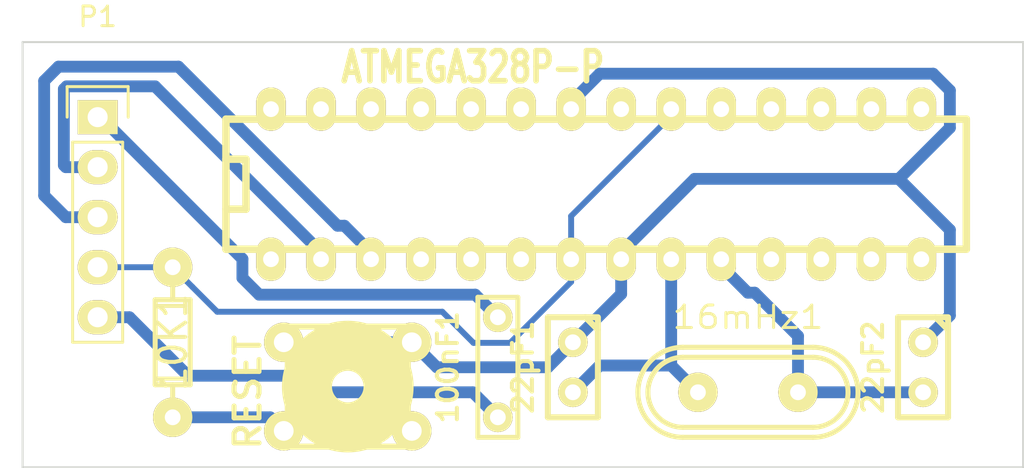
<source format=kicad_pcb>
(kicad_pcb (version 4) (host pcbnew 0.201504151001+5600~22~ubuntu14.04.1-product)

  (general
    (links 17)
    (no_connects 0)
    (area 117.881667 95.175 170.230001 120.1483)
    (thickness 1.6)
    (drawings 4)
    (tracks 75)
    (zones 0)
    (modules 8)
    (nets 9)
  )

  (page A4)
  (layers
    (0 F.Cu signal)
    (31 B.Cu signal)
    (32 B.Adhes user)
    (33 F.Adhes user)
    (34 B.Paste user)
    (35 F.Paste user)
    (36 B.SilkS user)
    (37 F.SilkS user)
    (38 B.Mask user)
    (39 F.Mask user)
    (40 Dwgs.User user)
    (41 Cmts.User user)
    (42 Eco1.User user)
    (43 Eco2.User user)
    (44 Edge.Cuts user)
    (45 Margin user)
    (46 B.CrtYd user)
    (47 F.CrtYd user)
    (48 B.Fab user)
    (49 F.Fab user)
  )

  (setup
    (last_trace_width 0.3)
    (trace_clearance 0.3)
    (zone_clearance 0.508)
    (zone_45_only no)
    (trace_min 0.2)
    (segment_width 0.2)
    (edge_width 0.1)
    (via_size 0.6)
    (via_drill 0.4)
    (via_min_size 0.4)
    (via_min_drill 0.3)
    (uvia_size 0.3)
    (uvia_drill 0.1)
    (uvias_allowed no)
    (uvia_min_size 0.2)
    (uvia_min_drill 0.1)
    (pcb_text_width 0.3)
    (pcb_text_size 1.5 1.5)
    (mod_edge_width 0.15)
    (mod_text_size 1 1)
    (mod_text_width 0.15)
    (pad_size 1.5 1.5)
    (pad_drill 0.6)
    (pad_to_mask_clearance 0)
    (aux_axis_origin 0 0)
    (visible_elements 7FFFFFFF)
    (pcbplotparams
      (layerselection 0x00030_80000001)
      (usegerberextensions false)
      (excludeedgelayer true)
      (linewidth 0.100000)
      (plotframeref false)
      (viasonmask false)
      (mode 1)
      (useauxorigin false)
      (hpglpennumber 1)
      (hpglpenspeed 20)
      (hpglpendiameter 15)
      (hpglpenoverlay 2)
      (psnegative false)
      (psa4output false)
      (plotreference true)
      (plotvalue true)
      (plotinvisibletext false)
      (padsonsilk false)
      (subtractmaskfromsilk false)
      (outputformat 1)
      (mirror false)
      (drillshape 1)
      (scaleselection 1)
      (outputdirectory ""))
  )

  (net 0 "")
  (net 1 VCC)
  (net 2 "Net-(100nF1-Pad2)")
  (net 3 "Net-(16mHz1-Pad1)")
  (net 4 "Net-(16mHz1-Pad2)")
  (net 5 GND)
  (net 6 "Net-(100nF1-Pad1)")
  (net 7 "Net-(IC1-Pad2)")
  (net 8 "Net-(IC1-Pad3)")

  (net_class Default "Questo è il gruppo di collegamenti predefinito"
    (clearance 0.3)
    (trace_width 0.3)
    (via_dia 0.6)
    (via_drill 0.4)
    (uvia_dia 0.3)
    (uvia_drill 0.1)
    (add_net VCC)
  )

  (net_class 0,6 ""
    (clearance 0.4)
    (trace_width 0.6)
    (via_dia 1.2)
    (via_drill 0.8)
    (uvia_dia 1.2)
    (uvia_drill 0.8)
    (add_net GND)
    (add_net "Net-(100nF1-Pad1)")
    (add_net "Net-(100nF1-Pad2)")
    (add_net "Net-(16mHz1-Pad1)")
    (add_net "Net-(16mHz1-Pad2)")
    (add_net "Net-(IC1-Pad2)")
    (add_net "Net-(IC1-Pad3)")
  )

  (module w_capacitors:cnp_7.5mm_disc (layer F.Cu) (tedit 5532BC86) (tstamp 55317CC2)
    (at 143.51 114.3 270)
    (descr "7.5mm disc ceramic capacitor")
    (tags C)
    (path /55318912)
    (fp_text reference 100nF1 (at 0 2.54 270) (layer F.SilkS)
      (effects (font (size 1.016 1.016) (thickness 0.2032)))
    )
    (fp_text value C (at 0 -2.286 270) (layer F.SilkS) hide
      (effects (font (size 1.016 1.016) (thickness 0.2032)))
    )
    (fp_line (start -3.556 -1.016) (end -3.556 1.016) (layer F.SilkS) (width 0.24892))
    (fp_line (start -3.556 1.016) (end 3.556 1.016) (layer F.SilkS) (width 0.24892))
    (fp_line (start 3.556 1.016) (end 3.556 -1.016) (layer F.SilkS) (width 0.24892))
    (fp_line (start 3.556 -1.016) (end -3.556 -1.016) (layer F.SilkS) (width 0.24892))
    (pad 1 thru_hole circle (at -2.54 0 270) (size 1.50114 1.50114) (drill 0.8001) (layers *.Cu *.Mask F.SilkS)
      (net 6 "Net-(100nF1-Pad1)"))
    (pad 2 thru_hole circle (at 2.54 0 270) (size 1.50114 1.50114) (drill 0.8001) (layers *.Cu *.Mask F.SilkS)
      (net 2 "Net-(100nF1-Pad2)"))
    (model walter/capacitors/cnp_7.5mm_disc.wrl
      (at (xyz 0 0 0))
      (scale (xyz 1 1 1))
      (rotate (xyz 0 0 0))
    )
  )

  (module w_pth_resistors:RC03 (layer F.Cu) (tedit 0) (tstamp 55317CAA)
    (at 127 113.03 270)
    (descr "Resistor, RC03")
    (tags R)
    (path /55317935)
    (autoplace_cost180 10)
    (fp_text reference 10K1 (at 0 0 270) (layer F.SilkS)
      (effects (font (size 1.397 1.27) (thickness 0.2032)))
    )
    (fp_text value R (at 0 2.032 270) (layer F.SilkS) hide
      (effects (font (size 1.397 1.27) (thickness 0.2032)))
    )
    (fp_line (start 2.159 0) (end 3.81 0) (layer F.SilkS) (width 0.254))
    (fp_line (start -2.159 0) (end -3.81 0) (layer F.SilkS) (width 0.254))
    (fp_line (start -2.159 -0.889) (end -2.159 0.889) (layer F.SilkS) (width 0.254))
    (fp_line (start -2.159 0.889) (end 2.159 0.889) (layer F.SilkS) (width 0.254))
    (fp_line (start 2.159 0.889) (end 2.159 -0.889) (layer F.SilkS) (width 0.254))
    (fp_line (start 2.159 -0.889) (end -2.159 -0.889) (layer F.SilkS) (width 0.254))
    (pad 1 thru_hole circle (at -3.81 0 270) (size 1.99898 1.99898) (drill 0.8001) (layers *.Cu *.Mask F.SilkS)
      (net 1 VCC))
    (pad 2 thru_hole circle (at 3.81 0 270) (size 1.99898 1.99898) (drill 0.8001) (layers *.Cu *.Mask F.SilkS)
      (net 2 "Net-(100nF1-Pad2)"))
    (model walter/pth_resistors/rc03.wrl
      (at (xyz 0 0 0))
      (scale (xyz 1 1 1))
      (rotate (xyz 0 0 0))
    )
  )

  (module w_crystal:crystal_hc-49u (layer F.Cu) (tedit 55317FE4) (tstamp 55317CB0)
    (at 156.21 115.57)
    (descr "Crystal, HC-49U")
    (tags QUARTZ)
    (path /553176DC)
    (autoplace_cost180 10)
    (fp_text reference 16mHz1 (at 0 -3.81) (layer F.SilkS)
      (effects (font (size 1.143 1.27) (thickness 0.1524)))
    )
    (fp_text value Crystal (at 0 3.302) (layer F.SilkS) hide
      (effects (font (size 1.143 1.27) (thickness 0.1524)))
    )
    (fp_arc (start 3.302 0) (end 3.302 -2.286) (angle 90) (layer F.SilkS) (width 0.254))
    (fp_line (start -3.302 1.778) (end 3.302 1.778) (layer F.SilkS) (width 0.254))
    (fp_line (start 3.302 -1.778) (end -3.302 -1.778) (layer F.SilkS) (width 0.254))
    (fp_arc (start 3.302 0) (end 5.08 0) (angle 90) (layer F.SilkS) (width 0.254))
    (fp_arc (start 3.302 0) (end 3.302 -1.778) (angle 90) (layer F.SilkS) (width 0.254))
    (fp_arc (start -3.302 0) (end -3.302 1.778) (angle 90) (layer F.SilkS) (width 0.254))
    (fp_arc (start -3.302 0) (end -5.08 0) (angle 90) (layer F.SilkS) (width 0.254))
    (fp_arc (start 3.302 0) (end 5.588 0) (angle 90) (layer F.SilkS) (width 0.254))
    (fp_line (start 3.302 2.286) (end -3.302 2.286) (layer F.SilkS) (width 0.254))
    (fp_line (start -3.302 -2.286) (end 3.302 -2.286) (layer F.SilkS) (width 0.254))
    (fp_arc (start -3.302 0) (end -3.302 2.286) (angle 90) (layer F.SilkS) (width 0.254))
    (fp_arc (start -3.302 0) (end -5.588 0) (angle 90) (layer F.SilkS) (width 0.254))
    (pad 1 thru_hole circle (at -2.54 0) (size 1.99898 1.99898) (drill 0.8001) (layers *.Cu *.Mask F.SilkS)
      (net 3 "Net-(16mHz1-Pad1)"))
    (pad 2 thru_hole circle (at 2.54 0) (size 1.99898 1.99898) (drill 0.8001) (layers *.Cu *.Mask F.SilkS)
      (net 4 "Net-(16mHz1-Pad2)"))
    (model walter/crystal/crystal_hc-49u.wrl
      (at (xyz 0 0 0))
      (scale (xyz 1 1 1))
      (rotate (xyz 0 0 0))
    )
  )

  (module w_capacitors:cnp_3mm_disc (layer F.Cu) (tedit 5532BC45) (tstamp 55317CB6)
    (at 147.32 114.3 270)
    (descr "Small ceramic capacitor")
    (tags C)
    (path /55317792)
    (fp_text reference 22pF1 (at 0 2.54 270) (layer F.SilkS)
      (effects (font (size 1.016 1.016) (thickness 0.2032)))
    )
    (fp_text value C (at 0 -2.286 270) (layer F.SilkS) hide
      (effects (font (size 1.016 1.016) (thickness 0.2032)))
    )
    (fp_line (start -2.4892 -1.27) (end 2.54 -1.27) (layer F.SilkS) (width 0.3048))
    (fp_line (start 2.54 -1.27) (end 2.54 1.27) (layer F.SilkS) (width 0.3048))
    (fp_line (start 2.54 1.27) (end -2.54 1.27) (layer F.SilkS) (width 0.3048))
    (fp_line (start -2.54 1.27) (end -2.54 -1.27) (layer F.SilkS) (width 0.3048))
    (fp_line (start -2.54 -0.635) (end -1.905 -1.27) (layer F.SilkS) (width 0.3048))
    (pad 1 thru_hole circle (at -1.27 0 270) (size 1.50114 1.50114) (drill 0.8001) (layers *.Cu *.Mask F.SilkS)
      (net 5 GND))
    (pad 2 thru_hole circle (at 1.27 0 270) (size 1.50114 1.50114) (drill 0.8001) (layers *.Cu *.Mask F.SilkS)
      (net 3 "Net-(16mHz1-Pad1)"))
    (model walter/capacitors/cnp_3mm_disc.wrl
      (at (xyz 0 0 0))
      (scale (xyz 1 1 1))
      (rotate (xyz 0 0 0))
    )
  )

  (module w_capacitors:cnp_3mm_disc (layer F.Cu) (tedit 5532BC48) (tstamp 55317CBC)
    (at 165.1 114.3 270)
    (descr "Small ceramic capacitor")
    (tags C)
    (path /55317800)
    (fp_text reference 22pF2 (at 0 2.54 270) (layer F.SilkS)
      (effects (font (size 1.016 1.016) (thickness 0.2032)))
    )
    (fp_text value C (at 0 -2.286 270) (layer F.SilkS) hide
      (effects (font (size 1.016 1.016) (thickness 0.2032)))
    )
    (fp_line (start -2.4892 -1.27) (end 2.54 -1.27) (layer F.SilkS) (width 0.3048))
    (fp_line (start 2.54 -1.27) (end 2.54 1.27) (layer F.SilkS) (width 0.3048))
    (fp_line (start 2.54 1.27) (end -2.54 1.27) (layer F.SilkS) (width 0.3048))
    (fp_line (start -2.54 1.27) (end -2.54 -1.27) (layer F.SilkS) (width 0.3048))
    (fp_line (start -2.54 -0.635) (end -1.905 -1.27) (layer F.SilkS) (width 0.3048))
    (pad 1 thru_hole circle (at -1.27 0 270) (size 1.50114 1.50114) (drill 0.8001) (layers *.Cu *.Mask F.SilkS)
      (net 5 GND))
    (pad 2 thru_hole circle (at 1.27 0 270) (size 1.50114 1.50114) (drill 0.8001) (layers *.Cu *.Mask F.SilkS)
      (net 4 "Net-(16mHz1-Pad2)"))
    (model walter/capacitors/cnp_3mm_disc.wrl
      (at (xyz 0 0 0))
      (scale (xyz 1 1 1))
      (rotate (xyz 0 0 0))
    )
  )

  (module w_pth_circuits:dil_28-300 (layer F.Cu) (tedit 5532BC43) (tstamp 55317CE2)
    (at 148.5011 105.0036)
    (descr "IC, DIL28 x 0,3\"")
    (tags DIL)
    (path /553174EC)
    (fp_text reference IC1 (at 0 -6.35) (layer F.SilkS) hide
      (effects (font (size 1.524 1.143) (thickness 0.28575)))
    )
    (fp_text value ATMEGA328P-P (at -6.2611 -5.9436) (layer F.SilkS)
      (effects (font (size 1.524 1.143) (thickness 0.28702)))
    )
    (fp_line (start 18.796 -3.302) (end -18.796 -3.302) (layer F.SilkS) (width 0.381))
    (fp_line (start 18.796 3.302) (end -18.796 3.302) (layer F.SilkS) (width 0.381))
    (fp_line (start -17.78 -1.27) (end -17.78 1.27) (layer F.SilkS) (width 0.381))
    (fp_line (start -17.78 1.27) (end -18.796 1.27) (layer F.SilkS) (width 0.381))
    (fp_line (start -17.78 -1.27) (end -18.796 -1.27) (layer F.SilkS) (width 0.381))
    (fp_line (start 18.796 -3.302) (end 18.796 3.302) (layer F.SilkS) (width 0.381))
    (fp_line (start -18.796 3.302) (end -18.796 -3.302) (layer F.SilkS) (width 0.381))
    (pad 1 thru_hole oval (at -16.51 3.81) (size 1.50114 2.19964) (drill 0.8001) (layers *.Cu *.Mask F.SilkS))
    (pad 2 thru_hole oval (at -13.97 3.81) (size 1.50114 2.19964) (drill 0.8001) (layers *.Cu *.Mask F.SilkS)
      (net 7 "Net-(IC1-Pad2)"))
    (pad 3 thru_hole oval (at -11.43 3.81) (size 1.50114 2.19964) (drill 0.8001) (layers *.Cu *.Mask F.SilkS)
      (net 8 "Net-(IC1-Pad3)"))
    (pad 4 thru_hole oval (at -8.89 3.81) (size 1.50114 2.19964) (drill 0.8001) (layers *.Cu *.Mask F.SilkS))
    (pad 5 thru_hole oval (at -6.35 3.81) (size 1.50114 2.19964) (drill 0.8001) (layers *.Cu *.Mask F.SilkS))
    (pad 6 thru_hole oval (at -3.81 3.81) (size 1.50114 2.19964) (drill 0.8001) (layers *.Cu *.Mask F.SilkS))
    (pad 7 thru_hole oval (at -1.27 3.81) (size 1.50114 2.19964) (drill 0.8001) (layers *.Cu *.Mask F.SilkS)
      (net 1 VCC))
    (pad 8 thru_hole oval (at 1.27 3.81) (size 1.50114 2.19964) (drill 0.8001) (layers *.Cu *.Mask F.SilkS)
      (net 5 GND))
    (pad 9 thru_hole oval (at 3.81 3.81) (size 1.50114 2.19964) (drill 0.8001) (layers *.Cu *.Mask F.SilkS)
      (net 3 "Net-(16mHz1-Pad1)"))
    (pad 10 thru_hole oval (at 6.35 3.81) (size 1.50114 2.19964) (drill 0.8001) (layers *.Cu *.Mask F.SilkS)
      (net 4 "Net-(16mHz1-Pad2)"))
    (pad 11 thru_hole oval (at 8.89 3.81) (size 1.50114 2.19964) (drill 0.8001) (layers *.Cu *.Mask F.SilkS))
    (pad 12 thru_hole oval (at 11.43 3.81) (size 1.50114 2.19964) (drill 0.8001) (layers *.Cu *.Mask F.SilkS))
    (pad 13 thru_hole oval (at 13.97 3.81) (size 1.50114 2.19964) (drill 0.8001) (layers *.Cu *.Mask F.SilkS))
    (pad 14 thru_hole oval (at 16.51 3.81) (size 1.50114 2.19964) (drill 0.8001) (layers *.Cu *.Mask F.SilkS))
    (pad 15 thru_hole oval (at 16.51 -3.81) (size 1.50114 2.19964) (drill 0.8001) (layers *.Cu *.Mask F.SilkS))
    (pad 16 thru_hole oval (at 13.97 -3.81) (size 1.50114 2.19964) (drill 0.8001) (layers *.Cu *.Mask F.SilkS))
    (pad 17 thru_hole oval (at 11.43 -3.81) (size 1.50114 2.19964) (drill 0.8001) (layers *.Cu *.Mask F.SilkS))
    (pad 18 thru_hole oval (at 8.89 -3.81) (size 1.50114 2.19964) (drill 0.8001) (layers *.Cu *.Mask F.SilkS))
    (pad 19 thru_hole oval (at 6.35 -3.81) (size 1.50114 2.19964) (drill 0.8001) (layers *.Cu *.Mask F.SilkS))
    (pad 20 thru_hole oval (at 3.81 -3.81) (size 1.50114 2.19964) (drill 0.8001) (layers *.Cu *.Mask F.SilkS)
      (net 1 VCC))
    (pad 21 thru_hole oval (at 1.27 -3.81) (size 1.50114 2.19964) (drill 0.8001) (layers *.Cu *.Mask F.SilkS))
    (pad 22 thru_hole oval (at -1.27 -3.81) (size 1.50114 2.19964) (drill 0.8001) (layers *.Cu *.Mask F.SilkS)
      (net 5 GND))
    (pad 23 thru_hole oval (at -3.81 -3.81) (size 1.50114 2.19964) (drill 0.8001) (layers *.Cu *.Mask F.SilkS))
    (pad 24 thru_hole oval (at -6.35 -3.81) (size 1.50114 2.19964) (drill 0.8001) (layers *.Cu *.Mask F.SilkS))
    (pad 25 thru_hole oval (at -8.89 -3.81) (size 1.50114 2.19964) (drill 0.8001) (layers *.Cu *.Mask F.SilkS))
    (pad 26 thru_hole oval (at -11.43 -3.81) (size 1.50114 2.19964) (drill 0.8001) (layers *.Cu *.Mask F.SilkS))
    (pad 27 thru_hole oval (at -13.97 -3.81) (size 1.50114 2.19964) (drill 0.8001) (layers *.Cu *.Mask F.SilkS))
    (pad 28 thru_hole oval (at -16.51 -3.81) (size 1.50114 2.19964) (drill 0.8001) (layers *.Cu *.Mask F.SilkS))
    (model walter/pth_circuits/dil_28-300.wrl
      (at (xyz 0 0 0))
      (scale (xyz 1 1 1))
      (rotate (xyz 0 0 0))
    )
  )

  (module w_switch:PCB_PUSH (layer F.Cu) (tedit 5532BC62) (tstamp 55317CF1)
    (at 135.89 115.28044 90)
    (descr "PCB pushbutton, Tyco FSM6x6 series")
    (tags pushbutton)
    (path /55317B9E)
    (fp_text reference SW1 (at 0 -5.08 90) (layer F.SilkS) hide
      (effects (font (size 1.27 1.27) (thickness 0.3175)))
    )
    (fp_text value RESET (at -0.28956 -5.08 90) (layer F.SilkS)
      (effects (font (size 1.27 1.27) (thickness 0.254)))
    )
    (fp_line (start -3.048 -3.048) (end 3.048 -3.048) (layer F.SilkS) (width 0.3048))
    (fp_line (start 3.048 -3.048) (end 3.048 3.048) (layer F.SilkS) (width 0.3048))
    (fp_line (start 3.048 3.048) (end -3.048 3.048) (layer F.SilkS) (width 0.3048))
    (fp_line (start -3.048 3.048) (end -3.048 -3.048) (layer F.SilkS) (width 0.3048))
    (fp_circle (center 0 0) (end -0.762 0.254) (layer F.SilkS) (width 2.54))
    (pad 1 thru_hole circle (at -2.25044 -3.2512 90) (size 1.99898 1.99898) (drill 1.00076) (layers *.Cu *.Mask F.SilkS)
      (net 2 "Net-(100nF1-Pad2)"))
    (pad 2 thru_hole circle (at 2.25044 3.2512 90) (size 1.99898 1.99898) (drill 1.00076) (layers *.Cu *.Mask F.SilkS)
      (net 5 GND))
    (pad 4 thru_hole circle (at 2.25044 -3.2512 90) (size 1.99898 1.99898) (drill 1.00076) (layers *.Cu *.Mask F.SilkS))
    (pad 3 thru_hole circle (at -2.25044 3.2512 90) (size 1.99898 1.99898) (drill 1.00076) (layers *.Cu *.Mask F.SilkS))
    (model walter/switch/pcb_push.wrl
      (at (xyz 0 0 0))
      (scale (xyz 1 1 1))
      (rotate (xyz 0 0 0))
    )
  )

  (module Pin_Headers:Pin_Header_Straight_1x05 (layer F.Cu) (tedit 54EA0684) (tstamp 553187D4)
    (at 123.19 101.6)
    (descr "Through hole pin header")
    (tags "pin header")
    (path /55318732)
    (fp_text reference P1 (at 0 -5.1) (layer F.SilkS)
      (effects (font (size 1 1) (thickness 0.15)))
    )
    (fp_text value CONN_01X05 (at 0 -3.1) (layer F.Fab)
      (effects (font (size 1 1) (thickness 0.15)))
    )
    (fp_line (start -1.55 0) (end -1.55 -1.55) (layer F.SilkS) (width 0.15))
    (fp_line (start -1.55 -1.55) (end 1.55 -1.55) (layer F.SilkS) (width 0.15))
    (fp_line (start 1.55 -1.55) (end 1.55 0) (layer F.SilkS) (width 0.15))
    (fp_line (start -1.75 -1.75) (end -1.75 11.95) (layer F.CrtYd) (width 0.05))
    (fp_line (start 1.75 -1.75) (end 1.75 11.95) (layer F.CrtYd) (width 0.05))
    (fp_line (start -1.75 -1.75) (end 1.75 -1.75) (layer F.CrtYd) (width 0.05))
    (fp_line (start -1.75 11.95) (end 1.75 11.95) (layer F.CrtYd) (width 0.05))
    (fp_line (start 1.27 1.27) (end 1.27 11.43) (layer F.SilkS) (width 0.15))
    (fp_line (start 1.27 11.43) (end -1.27 11.43) (layer F.SilkS) (width 0.15))
    (fp_line (start -1.27 11.43) (end -1.27 1.27) (layer F.SilkS) (width 0.15))
    (fp_line (start 1.27 1.27) (end -1.27 1.27) (layer F.SilkS) (width 0.15))
    (pad 1 thru_hole rect (at 0 0) (size 2.032 1.7272) (drill 1.016) (layers *.Cu *.Mask F.SilkS)
      (net 6 "Net-(100nF1-Pad1)"))
    (pad 2 thru_hole oval (at 0 2.54) (size 2.032 1.7272) (drill 1.016) (layers *.Cu *.Mask F.SilkS)
      (net 7 "Net-(IC1-Pad2)"))
    (pad 3 thru_hole oval (at 0 5.08) (size 2.032 1.7272) (drill 1.016) (layers *.Cu *.Mask F.SilkS)
      (net 8 "Net-(IC1-Pad3)"))
    (pad 4 thru_hole oval (at 0 7.62) (size 2.032 1.7272) (drill 1.016) (layers *.Cu *.Mask F.SilkS)
      (net 1 VCC))
    (pad 5 thru_hole oval (at 0 10.16) (size 2.032 1.7272) (drill 1.016) (layers *.Cu *.Mask F.SilkS)
      (net 5 GND))
    (model Pin_Headers.3dshapes/Pin_Header_Straight_1x05.wrl
      (at (xyz 0 -0.2 0))
      (scale (xyz 1 1 1))
      (rotate (xyz 0 0 90))
    )
  )

  (gr_line (start 119.38 119.38) (end 170.18 119.38) (layer Edge.Cuts) (width 0.1))
  (gr_line (start 119.38 97.79) (end 119.38 119.38) (layer Edge.Cuts) (width 0.1))
  (gr_line (start 170.18 97.79) (end 119.38 97.79) (layer Edge.Cuts) (width 0.1))
  (gr_line (start 170.18 119.38) (end 170.18 97.79) (layer Edge.Cuts) (width 0.1))

  (segment (start 147.2311 108.46435) (end 147.2311 108.8136) (width 0.6) (layer B.Cu) (net 1))
  (segment (start 147.2311 106.62285) (end 147.2311 108.8136) (width 0.3) (layer B.Cu) (net 1))
  (segment (start 152.3111 101.54285) (end 147.2311 106.62285) (width 0.3) (layer B.Cu) (net 1))
  (segment (start 152.3111 101.1936) (end 152.3111 101.54285) (width 0.3) (layer B.Cu) (net 1))
  (segment (start 144.134275 113.060571) (end 142.270571 113.060571) (width 0.3) (layer B.Cu) (net 1))
  (segment (start 147.2311 109.963746) (end 144.134275 113.060571) (width 0.3) (layer B.Cu) (net 1))
  (segment (start 147.2311 108.8136) (end 147.2311 109.963746) (width 0.3) (layer B.Cu) (net 1))
  (segment (start 127.999489 110.219489) (end 127 109.22) (width 0.3) (layer B.Cu) (net 1))
  (segment (start 129.260509 111.480509) (end 127.999489 110.219489) (width 0.3) (layer B.Cu) (net 1))
  (segment (start 140.690509 111.480509) (end 129.260509 111.480509) (width 0.3) (layer B.Cu) (net 1))
  (segment (start 142.270571 113.060571) (end 140.690509 111.480509) (width 0.3) (layer B.Cu) (net 1))
  (segment (start 127 109.22) (end 123.19 109.22) (width 0.3) (layer B.Cu) (net 1))
  (segment (start 127.28956 116.55044) (end 127 116.84) (width 0.6) (layer B.Cu) (net 2))
  (segment (start 131.94792 116.84) (end 132.6388 117.53088) (width 0.6) (layer B.Cu) (net 2))
  (segment (start 127 116.84) (end 131.94792 116.84) (width 0.6) (layer B.Cu) (net 2))
  (segment (start 142.759431 116.089431) (end 143.51 116.84) (width 0.6) (layer B.Cu) (net 2))
  (segment (start 142.24 115.57) (end 142.759431 116.089431) (width 0.6) (layer B.Cu) (net 2))
  (segment (start 134.59968 115.57) (end 142.24 115.57) (width 0.6) (layer B.Cu) (net 2))
  (segment (start 132.6388 117.53088) (end 134.59968 115.57) (width 0.6) (layer B.Cu) (net 2))
  (segment (start 152.3111 114.2111) (end 153.67 115.57) (width 0.6) (layer B.Cu) (net 3))
  (segment (start 152.3111 108.8136) (end 152.3111 114.2111) (width 0.6) (layer B.Cu) (net 3))
  (segment (start 148.6789 114.2111) (end 147.32 115.57) (width 0.6) (layer B.Cu) (net 3))
  (segment (start 152.3111 114.2111) (end 148.6789 114.2111) (width 0.6) (layer B.Cu) (net 3))
  (segment (start 154.8511 109.16285) (end 154.8511 108.8136) (width 0.6) (layer B.Cu) (net 4))
  (segment (start 156.20167 110.51342) (end 154.8511 109.16285) (width 0.6) (layer B.Cu) (net 4))
  (segment (start 156.55092 110.51342) (end 156.20167 110.51342) (width 0.6) (layer B.Cu) (net 4))
  (segment (start 158.75 112.7125) (end 156.55092 110.51342) (width 0.6) (layer B.Cu) (net 4))
  (segment (start 158.75 115.57) (end 158.75 112.7125) (width 0.6) (layer B.Cu) (net 4))
  (segment (start 165.1 115.57) (end 158.75 115.57) (width 0.6) (layer B.Cu) (net 4))
  (segment (start 149.7711 108.46435) (end 149.7711 108.8136) (width 0.6) (layer B.Cu) (net 5))
  (segment (start 153.50184 104.73361) (end 149.7711 108.46435) (width 0.6) (layer B.Cu) (net 5))
  (segment (start 163.871769 104.73361) (end 153.50184 104.73361) (width 0.6) (layer B.Cu) (net 5))
  (segment (start 166.46168 102.143699) (end 163.871769 104.73361) (width 0.6) (layer B.Cu) (net 5))
  (segment (start 166.46168 100.243501) (end 166.46168 102.143699) (width 0.6) (layer B.Cu) (net 5))
  (segment (start 165.611949 99.39377) (end 166.46168 100.243501) (width 0.6) (layer B.Cu) (net 5))
  (segment (start 148.68168 99.39377) (end 165.611949 99.39377) (width 0.6) (layer B.Cu) (net 5))
  (segment (start 147.2311 100.84435) (end 148.68168 99.39377) (width 0.6) (layer B.Cu) (net 5))
  (segment (start 147.2311 101.1936) (end 147.2311 100.84435) (width 0.6) (layer B.Cu) (net 5))
  (segment (start 163.871769 104.73361) (end 166.46168 107.323521) (width 0.6) (layer B.Cu) (net 5))
  (segment (start 149.7711 108.8136) (end 149.7711 109.16285) (width 0.6) (layer B.Cu) (net 5))
  (segment (start 166.46168 111.66832) (end 165.1 113.03) (width 0.6) (layer B.Cu) (net 5))
  (segment (start 166.46168 107.323521) (end 166.46168 111.66832) (width 0.6) (layer B.Cu) (net 5))
  (segment (start 149.7711 110.5789) (end 147.32 113.03) (width 0.6) (layer B.Cu) (net 5))
  (segment (start 149.7711 108.8136) (end 149.7711 110.5789) (width 0.6) (layer B.Cu) (net 5))
  (segment (start 140.140689 114.029489) (end 139.1412 113.03) (width 0.6) (layer B.Cu) (net 5))
  (segment (start 140.4112 114.3) (end 140.140689 114.029489) (width 0.6) (layer B.Cu) (net 5))
  (segment (start 146.05 114.3) (end 140.4112 114.3) (width 0.6) (layer B.Cu) (net 5))
  (segment (start 147.32 113.03) (end 146.05 114.3) (width 0.6) (layer B.Cu) (net 5))
  (segment (start 124.806 111.76) (end 123.19 111.76) (width 0.6) (layer B.Cu) (net 5))
  (segment (start 127.775491 114.729491) (end 124.806 111.76) (width 0.6) (layer B.Cu) (net 5))
  (segment (start 133.454557 114.729491) (end 127.775491 114.729491) (width 0.6) (layer B.Cu) (net 5))
  (segment (start 135.154048 113.03) (end 133.454557 114.729491) (width 0.6) (layer B.Cu) (net 5))
  (segment (start 139.1412 113.03) (end 135.154048 113.03) (width 0.6) (layer B.Cu) (net 5))
  (segment (start 142.36343 110.61343) (end 143.51 111.76) (width 0.6) (layer B.Cu) (net 6))
  (segment (start 130.54052 109.763699) (end 131.390251 110.61343) (width 0.6) (layer B.Cu) (net 6))
  (segment (start 130.54052 108.79812) (end 130.54052 109.763699) (width 0.6) (layer B.Cu) (net 6))
  (segment (start 131.390251 110.61343) (end 142.36343 110.61343) (width 0.6) (layer B.Cu) (net 6))
  (segment (start 123.3424 101.6) (end 130.54052 108.79812) (width 0.6) (layer B.Cu) (net 6))
  (segment (start 123.19 101.6) (end 123.3424 101.6) (width 0.6) (layer B.Cu) (net 6))
  (segment (start 134.5311 108.46435) (end 134.5311 108.8136) (width 0.6) (layer B.Cu) (net 7))
  (segment (start 126.103149 100.036399) (end 134.5311 108.46435) (width 0.6) (layer B.Cu) (net 7))
  (segment (start 121.613999 100.036399) (end 126.103149 100.036399) (width 0.6) (layer B.Cu) (net 7))
  (segment (start 121.473999 100.176399) (end 121.613999 100.036399) (width 0.6) (layer B.Cu) (net 7))
  (segment (start 121.473999 104.039999) (end 121.473999 100.176399) (width 0.6) (layer B.Cu) (net 7))
  (segment (start 121.574 104.14) (end 121.473999 104.039999) (width 0.6) (layer B.Cu) (net 7))
  (segment (start 123.19 104.14) (end 121.574 104.14) (width 0.6) (layer B.Cu) (net 7))
  (segment (start 137.0711 108.46435) (end 137.0711 108.8136) (width 0.6) (layer B.Cu) (net 8))
  (segment (start 135.72053 107.11378) (end 137.0711 108.46435) (width 0.6) (layer B.Cu) (net 8))
  (segment (start 120.473989 99.762182) (end 121.199782 99.036389) (width 0.6) (layer B.Cu) (net 8))
  (segment (start 127.293889 99.036389) (end 135.37128 107.11378) (width 0.6) (layer B.Cu) (net 8))
  (segment (start 120.473989 105.579989) (end 120.473989 99.762182) (width 0.6) (layer B.Cu) (net 8))
  (segment (start 121.199782 99.036389) (end 127.293889 99.036389) (width 0.6) (layer B.Cu) (net 8))
  (segment (start 121.574 106.68) (end 120.473989 105.579989) (width 0.6) (layer B.Cu) (net 8))
  (segment (start 135.37128 107.11378) (end 135.72053 107.11378) (width 0.6) (layer B.Cu) (net 8))
  (segment (start 123.19 106.68) (end 121.574 106.68) (width 0.6) (layer B.Cu) (net 8))

)

</source>
